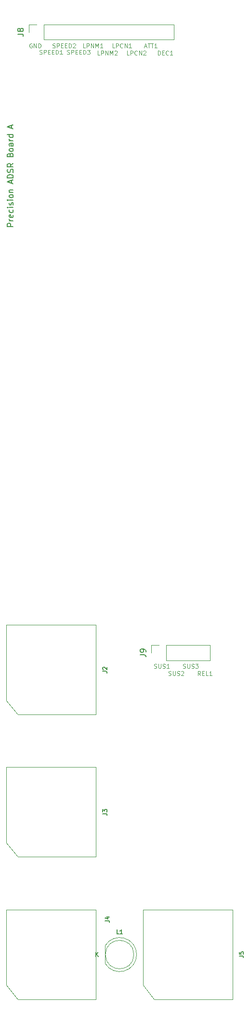
<source format=gbr>
%TF.GenerationSoftware,KiCad,Pcbnew,5.1.10-88a1d61d58~90~ubuntu20.04.1*%
%TF.CreationDate,2021-08-07T13:40:27-04:00*%
%TF.ProjectId,precadsr,70726563-6164-4737-922e-6b696361645f,rev?*%
%TF.SameCoordinates,Original*%
%TF.FileFunction,Legend,Top*%
%TF.FilePolarity,Positive*%
%FSLAX46Y46*%
G04 Gerber Fmt 4.6, Leading zero omitted, Abs format (unit mm)*
G04 Created by KiCad (PCBNEW 5.1.10-88a1d61d58~90~ubuntu20.04.1) date 2021-08-07 13:40:27*
%MOMM*%
%LPD*%
G01*
G04 APERTURE LIST*
%ADD10C,0.100000*%
%ADD11C,0.150000*%
%ADD12C,0.120000*%
G04 APERTURE END LIST*
D10*
X102056571Y-25739285D02*
X101699428Y-25739285D01*
X101699428Y-24989285D01*
X102306571Y-25739285D02*
X102306571Y-24989285D01*
X102592285Y-24989285D01*
X102663714Y-25025000D01*
X102699428Y-25060714D01*
X102735142Y-25132142D01*
X102735142Y-25239285D01*
X102699428Y-25310714D01*
X102663714Y-25346428D01*
X102592285Y-25382142D01*
X102306571Y-25382142D01*
X103056571Y-25739285D02*
X103056571Y-24989285D01*
X103485142Y-25739285D01*
X103485142Y-24989285D01*
X103842285Y-25739285D02*
X103842285Y-24989285D01*
X104092285Y-25525000D01*
X104342285Y-24989285D01*
X104342285Y-25739285D01*
X105092285Y-25739285D02*
X104663714Y-25739285D01*
X104878000Y-25739285D02*
X104878000Y-24989285D01*
X104806571Y-25096428D01*
X104735142Y-25167857D01*
X104663714Y-25203571D01*
X114810142Y-27009285D02*
X114810142Y-26259285D01*
X114988714Y-26259285D01*
X115095857Y-26295000D01*
X115167285Y-26366428D01*
X115203000Y-26437857D01*
X115238714Y-26580714D01*
X115238714Y-26687857D01*
X115203000Y-26830714D01*
X115167285Y-26902142D01*
X115095857Y-26973571D01*
X114988714Y-27009285D01*
X114810142Y-27009285D01*
X115560142Y-26616428D02*
X115810142Y-26616428D01*
X115917285Y-27009285D02*
X115560142Y-27009285D01*
X115560142Y-26259285D01*
X115917285Y-26259285D01*
X116667285Y-26937857D02*
X116631571Y-26973571D01*
X116524428Y-27009285D01*
X116453000Y-27009285D01*
X116345857Y-26973571D01*
X116274428Y-26902142D01*
X116238714Y-26830714D01*
X116203000Y-26687857D01*
X116203000Y-26580714D01*
X116238714Y-26437857D01*
X116274428Y-26366428D01*
X116345857Y-26295000D01*
X116453000Y-26259285D01*
X116524428Y-26259285D01*
X116631571Y-26295000D01*
X116667285Y-26330714D01*
X117381571Y-27009285D02*
X116953000Y-27009285D01*
X117167285Y-27009285D02*
X117167285Y-26259285D01*
X117095857Y-26366428D01*
X117024428Y-26437857D01*
X116953000Y-26473571D01*
X92646571Y-25025000D02*
X92575142Y-24989285D01*
X92468000Y-24989285D01*
X92360857Y-25025000D01*
X92289428Y-25096428D01*
X92253714Y-25167857D01*
X92218000Y-25310714D01*
X92218000Y-25417857D01*
X92253714Y-25560714D01*
X92289428Y-25632142D01*
X92360857Y-25703571D01*
X92468000Y-25739285D01*
X92539428Y-25739285D01*
X92646571Y-25703571D01*
X92682285Y-25667857D01*
X92682285Y-25417857D01*
X92539428Y-25417857D01*
X93003714Y-25739285D02*
X93003714Y-24989285D01*
X93432285Y-25739285D01*
X93432285Y-24989285D01*
X93789428Y-25739285D02*
X93789428Y-24989285D01*
X93968000Y-24989285D01*
X94075142Y-25025000D01*
X94146571Y-25096428D01*
X94182285Y-25167857D01*
X94218000Y-25310714D01*
X94218000Y-25417857D01*
X94182285Y-25560714D01*
X94146571Y-25632142D01*
X94075142Y-25703571D01*
X93968000Y-25739285D01*
X93789428Y-25739285D01*
X122295142Y-135975285D02*
X122045142Y-135618142D01*
X121866571Y-135975285D02*
X121866571Y-135225285D01*
X122152285Y-135225285D01*
X122223714Y-135261000D01*
X122259428Y-135296714D01*
X122295142Y-135368142D01*
X122295142Y-135475285D01*
X122259428Y-135546714D01*
X122223714Y-135582428D01*
X122152285Y-135618142D01*
X121866571Y-135618142D01*
X122616571Y-135582428D02*
X122866571Y-135582428D01*
X122973714Y-135975285D02*
X122616571Y-135975285D01*
X122616571Y-135225285D01*
X122973714Y-135225285D01*
X123652285Y-135975285D02*
X123295142Y-135975285D01*
X123295142Y-135225285D01*
X124295142Y-135975285D02*
X123866571Y-135975285D01*
X124080857Y-135975285D02*
X124080857Y-135225285D01*
X124009428Y-135332428D01*
X123938000Y-135403857D01*
X123866571Y-135439571D01*
X116661571Y-135939571D02*
X116768714Y-135975285D01*
X116947285Y-135975285D01*
X117018714Y-135939571D01*
X117054428Y-135903857D01*
X117090142Y-135832428D01*
X117090142Y-135761000D01*
X117054428Y-135689571D01*
X117018714Y-135653857D01*
X116947285Y-135618142D01*
X116804428Y-135582428D01*
X116733000Y-135546714D01*
X116697285Y-135511000D01*
X116661571Y-135439571D01*
X116661571Y-135368142D01*
X116697285Y-135296714D01*
X116733000Y-135261000D01*
X116804428Y-135225285D01*
X116983000Y-135225285D01*
X117090142Y-135261000D01*
X117411571Y-135225285D02*
X117411571Y-135832428D01*
X117447285Y-135903857D01*
X117483000Y-135939571D01*
X117554428Y-135975285D01*
X117697285Y-135975285D01*
X117768714Y-135939571D01*
X117804428Y-135903857D01*
X117840142Y-135832428D01*
X117840142Y-135225285D01*
X118161571Y-135939571D02*
X118268714Y-135975285D01*
X118447285Y-135975285D01*
X118518714Y-135939571D01*
X118554428Y-135903857D01*
X118590142Y-135832428D01*
X118590142Y-135761000D01*
X118554428Y-135689571D01*
X118518714Y-135653857D01*
X118447285Y-135618142D01*
X118304428Y-135582428D01*
X118233000Y-135546714D01*
X118197285Y-135511000D01*
X118161571Y-135439571D01*
X118161571Y-135368142D01*
X118197285Y-135296714D01*
X118233000Y-135261000D01*
X118304428Y-135225285D01*
X118483000Y-135225285D01*
X118590142Y-135261000D01*
X118875857Y-135296714D02*
X118911571Y-135261000D01*
X118983000Y-135225285D01*
X119161571Y-135225285D01*
X119233000Y-135261000D01*
X119268714Y-135296714D01*
X119304428Y-135368142D01*
X119304428Y-135439571D01*
X119268714Y-135546714D01*
X118840142Y-135975285D01*
X119304428Y-135975285D01*
X107190142Y-25739285D02*
X106833000Y-25739285D01*
X106833000Y-24989285D01*
X107440142Y-25739285D02*
X107440142Y-24989285D01*
X107725857Y-24989285D01*
X107797285Y-25025000D01*
X107833000Y-25060714D01*
X107868714Y-25132142D01*
X107868714Y-25239285D01*
X107833000Y-25310714D01*
X107797285Y-25346428D01*
X107725857Y-25382142D01*
X107440142Y-25382142D01*
X108618714Y-25667857D02*
X108583000Y-25703571D01*
X108475857Y-25739285D01*
X108404428Y-25739285D01*
X108297285Y-25703571D01*
X108225857Y-25632142D01*
X108190142Y-25560714D01*
X108154428Y-25417857D01*
X108154428Y-25310714D01*
X108190142Y-25167857D01*
X108225857Y-25096428D01*
X108297285Y-25025000D01*
X108404428Y-24989285D01*
X108475857Y-24989285D01*
X108583000Y-25025000D01*
X108618714Y-25060714D01*
X108940142Y-25739285D02*
X108940142Y-24989285D01*
X109368714Y-25739285D01*
X109368714Y-24989285D01*
X110118714Y-25739285D02*
X109690142Y-25739285D01*
X109904428Y-25739285D02*
X109904428Y-24989285D01*
X109833000Y-25096428D01*
X109761571Y-25167857D01*
X109690142Y-25203571D01*
X119201571Y-134669571D02*
X119308714Y-134705285D01*
X119487285Y-134705285D01*
X119558714Y-134669571D01*
X119594428Y-134633857D01*
X119630142Y-134562428D01*
X119630142Y-134491000D01*
X119594428Y-134419571D01*
X119558714Y-134383857D01*
X119487285Y-134348142D01*
X119344428Y-134312428D01*
X119273000Y-134276714D01*
X119237285Y-134241000D01*
X119201571Y-134169571D01*
X119201571Y-134098142D01*
X119237285Y-134026714D01*
X119273000Y-133991000D01*
X119344428Y-133955285D01*
X119523000Y-133955285D01*
X119630142Y-133991000D01*
X119951571Y-133955285D02*
X119951571Y-134562428D01*
X119987285Y-134633857D01*
X120023000Y-134669571D01*
X120094428Y-134705285D01*
X120237285Y-134705285D01*
X120308714Y-134669571D01*
X120344428Y-134633857D01*
X120380142Y-134562428D01*
X120380142Y-133955285D01*
X120701571Y-134669571D02*
X120808714Y-134705285D01*
X120987285Y-134705285D01*
X121058714Y-134669571D01*
X121094428Y-134633857D01*
X121130142Y-134562428D01*
X121130142Y-134491000D01*
X121094428Y-134419571D01*
X121058714Y-134383857D01*
X120987285Y-134348142D01*
X120844428Y-134312428D01*
X120773000Y-134276714D01*
X120737285Y-134241000D01*
X120701571Y-134169571D01*
X120701571Y-134098142D01*
X120737285Y-134026714D01*
X120773000Y-133991000D01*
X120844428Y-133955285D01*
X121023000Y-133955285D01*
X121130142Y-133991000D01*
X121380142Y-133955285D02*
X121844428Y-133955285D01*
X121594428Y-134241000D01*
X121701571Y-134241000D01*
X121773000Y-134276714D01*
X121808714Y-134312428D01*
X121844428Y-134383857D01*
X121844428Y-134562428D01*
X121808714Y-134633857D01*
X121773000Y-134669571D01*
X121701571Y-134705285D01*
X121487285Y-134705285D01*
X121415857Y-134669571D01*
X121380142Y-134633857D01*
D11*
X89352380Y-57117142D02*
X88352380Y-57117142D01*
X88352380Y-56736190D01*
X88400000Y-56640952D01*
X88447619Y-56593333D01*
X88542857Y-56545714D01*
X88685714Y-56545714D01*
X88780952Y-56593333D01*
X88828571Y-56640952D01*
X88876190Y-56736190D01*
X88876190Y-57117142D01*
X89352380Y-56117142D02*
X88685714Y-56117142D01*
X88876190Y-56117142D02*
X88780952Y-56069523D01*
X88733333Y-56021904D01*
X88685714Y-55926666D01*
X88685714Y-55831428D01*
X89304761Y-55117142D02*
X89352380Y-55212380D01*
X89352380Y-55402857D01*
X89304761Y-55498095D01*
X89209523Y-55545714D01*
X88828571Y-55545714D01*
X88733333Y-55498095D01*
X88685714Y-55402857D01*
X88685714Y-55212380D01*
X88733333Y-55117142D01*
X88828571Y-55069523D01*
X88923809Y-55069523D01*
X89019047Y-55545714D01*
X89304761Y-54212380D02*
X89352380Y-54307619D01*
X89352380Y-54498095D01*
X89304761Y-54593333D01*
X89257142Y-54640952D01*
X89161904Y-54688571D01*
X88876190Y-54688571D01*
X88780952Y-54640952D01*
X88733333Y-54593333D01*
X88685714Y-54498095D01*
X88685714Y-54307619D01*
X88733333Y-54212380D01*
X89352380Y-53783809D02*
X88685714Y-53783809D01*
X88352380Y-53783809D02*
X88400000Y-53831428D01*
X88447619Y-53783809D01*
X88400000Y-53736190D01*
X88352380Y-53783809D01*
X88447619Y-53783809D01*
X89304761Y-53355238D02*
X89352380Y-53260000D01*
X89352380Y-53069523D01*
X89304761Y-52974285D01*
X89209523Y-52926666D01*
X89161904Y-52926666D01*
X89066666Y-52974285D01*
X89019047Y-53069523D01*
X89019047Y-53212380D01*
X88971428Y-53307619D01*
X88876190Y-53355238D01*
X88828571Y-53355238D01*
X88733333Y-53307619D01*
X88685714Y-53212380D01*
X88685714Y-53069523D01*
X88733333Y-52974285D01*
X89352380Y-52498095D02*
X88685714Y-52498095D01*
X88352380Y-52498095D02*
X88400000Y-52545714D01*
X88447619Y-52498095D01*
X88400000Y-52450476D01*
X88352380Y-52498095D01*
X88447619Y-52498095D01*
X89352380Y-51879047D02*
X89304761Y-51974285D01*
X89257142Y-52021904D01*
X89161904Y-52069523D01*
X88876190Y-52069523D01*
X88780952Y-52021904D01*
X88733333Y-51974285D01*
X88685714Y-51879047D01*
X88685714Y-51736190D01*
X88733333Y-51640952D01*
X88780952Y-51593333D01*
X88876190Y-51545714D01*
X89161904Y-51545714D01*
X89257142Y-51593333D01*
X89304761Y-51640952D01*
X89352380Y-51736190D01*
X89352380Y-51879047D01*
X88685714Y-51117142D02*
X89352380Y-51117142D01*
X88780952Y-51117142D02*
X88733333Y-51069523D01*
X88685714Y-50974285D01*
X88685714Y-50831428D01*
X88733333Y-50736190D01*
X88828571Y-50688571D01*
X89352380Y-50688571D01*
X89066666Y-49498095D02*
X89066666Y-49021904D01*
X89352380Y-49593333D02*
X88352380Y-49260000D01*
X89352380Y-48926666D01*
X89352380Y-48593333D02*
X88352380Y-48593333D01*
X88352380Y-48355238D01*
X88400000Y-48212380D01*
X88495238Y-48117142D01*
X88590476Y-48069523D01*
X88780952Y-48021904D01*
X88923809Y-48021904D01*
X89114285Y-48069523D01*
X89209523Y-48117142D01*
X89304761Y-48212380D01*
X89352380Y-48355238D01*
X89352380Y-48593333D01*
X89304761Y-47640952D02*
X89352380Y-47498095D01*
X89352380Y-47260000D01*
X89304761Y-47164761D01*
X89257142Y-47117142D01*
X89161904Y-47069523D01*
X89066666Y-47069523D01*
X88971428Y-47117142D01*
X88923809Y-47164761D01*
X88876190Y-47260000D01*
X88828571Y-47450476D01*
X88780952Y-47545714D01*
X88733333Y-47593333D01*
X88638095Y-47640952D01*
X88542857Y-47640952D01*
X88447619Y-47593333D01*
X88400000Y-47545714D01*
X88352380Y-47450476D01*
X88352380Y-47212380D01*
X88400000Y-47069523D01*
X89352380Y-46069523D02*
X88876190Y-46402857D01*
X89352380Y-46640952D02*
X88352380Y-46640952D01*
X88352380Y-46260000D01*
X88400000Y-46164761D01*
X88447619Y-46117142D01*
X88542857Y-46069523D01*
X88685714Y-46069523D01*
X88780952Y-46117142D01*
X88828571Y-46164761D01*
X88876190Y-46260000D01*
X88876190Y-46640952D01*
X88828571Y-44545714D02*
X88876190Y-44402857D01*
X88923809Y-44355238D01*
X89019047Y-44307619D01*
X89161904Y-44307619D01*
X89257142Y-44355238D01*
X89304761Y-44402857D01*
X89352380Y-44498095D01*
X89352380Y-44879047D01*
X88352380Y-44879047D01*
X88352380Y-44545714D01*
X88400000Y-44450476D01*
X88447619Y-44402857D01*
X88542857Y-44355238D01*
X88638095Y-44355238D01*
X88733333Y-44402857D01*
X88780952Y-44450476D01*
X88828571Y-44545714D01*
X88828571Y-44879047D01*
X89352380Y-43736190D02*
X89304761Y-43831428D01*
X89257142Y-43879047D01*
X89161904Y-43926666D01*
X88876190Y-43926666D01*
X88780952Y-43879047D01*
X88733333Y-43831428D01*
X88685714Y-43736190D01*
X88685714Y-43593333D01*
X88733333Y-43498095D01*
X88780952Y-43450476D01*
X88876190Y-43402857D01*
X89161904Y-43402857D01*
X89257142Y-43450476D01*
X89304761Y-43498095D01*
X89352380Y-43593333D01*
X89352380Y-43736190D01*
X89352380Y-42545714D02*
X88828571Y-42545714D01*
X88733333Y-42593333D01*
X88685714Y-42688571D01*
X88685714Y-42879047D01*
X88733333Y-42974285D01*
X89304761Y-42545714D02*
X89352380Y-42640952D01*
X89352380Y-42879047D01*
X89304761Y-42974285D01*
X89209523Y-43021904D01*
X89114285Y-43021904D01*
X89019047Y-42974285D01*
X88971428Y-42879047D01*
X88971428Y-42640952D01*
X88923809Y-42545714D01*
X89352380Y-42069523D02*
X88685714Y-42069523D01*
X88876190Y-42069523D02*
X88780952Y-42021904D01*
X88733333Y-41974285D01*
X88685714Y-41879047D01*
X88685714Y-41783809D01*
X89352380Y-41021904D02*
X88352380Y-41021904D01*
X89304761Y-41021904D02*
X89352380Y-41117142D01*
X89352380Y-41307619D01*
X89304761Y-41402857D01*
X89257142Y-41450476D01*
X89161904Y-41498095D01*
X88876190Y-41498095D01*
X88780952Y-41450476D01*
X88733333Y-41402857D01*
X88685714Y-41307619D01*
X88685714Y-41117142D01*
X88733333Y-41021904D01*
X89066666Y-39831428D02*
X89066666Y-39355238D01*
X89352380Y-39926666D02*
X88352380Y-39593333D01*
X89352380Y-39260000D01*
D10*
X114121571Y-134669571D02*
X114228714Y-134705285D01*
X114407285Y-134705285D01*
X114478714Y-134669571D01*
X114514428Y-134633857D01*
X114550142Y-134562428D01*
X114550142Y-134491000D01*
X114514428Y-134419571D01*
X114478714Y-134383857D01*
X114407285Y-134348142D01*
X114264428Y-134312428D01*
X114193000Y-134276714D01*
X114157285Y-134241000D01*
X114121571Y-134169571D01*
X114121571Y-134098142D01*
X114157285Y-134026714D01*
X114193000Y-133991000D01*
X114264428Y-133955285D01*
X114443000Y-133955285D01*
X114550142Y-133991000D01*
X114871571Y-133955285D02*
X114871571Y-134562428D01*
X114907285Y-134633857D01*
X114943000Y-134669571D01*
X115014428Y-134705285D01*
X115157285Y-134705285D01*
X115228714Y-134669571D01*
X115264428Y-134633857D01*
X115300142Y-134562428D01*
X115300142Y-133955285D01*
X115621571Y-134669571D02*
X115728714Y-134705285D01*
X115907285Y-134705285D01*
X115978714Y-134669571D01*
X116014428Y-134633857D01*
X116050142Y-134562428D01*
X116050142Y-134491000D01*
X116014428Y-134419571D01*
X115978714Y-134383857D01*
X115907285Y-134348142D01*
X115764428Y-134312428D01*
X115693000Y-134276714D01*
X115657285Y-134241000D01*
X115621571Y-134169571D01*
X115621571Y-134098142D01*
X115657285Y-134026714D01*
X115693000Y-133991000D01*
X115764428Y-133955285D01*
X115943000Y-133955285D01*
X116050142Y-133991000D01*
X116764428Y-134705285D02*
X116335857Y-134705285D01*
X116550142Y-134705285D02*
X116550142Y-133955285D01*
X116478714Y-134062428D01*
X116407285Y-134133857D01*
X116335857Y-134169571D01*
X96298000Y-25703571D02*
X96405142Y-25739285D01*
X96583714Y-25739285D01*
X96655142Y-25703571D01*
X96690857Y-25667857D01*
X96726571Y-25596428D01*
X96726571Y-25525000D01*
X96690857Y-25453571D01*
X96655142Y-25417857D01*
X96583714Y-25382142D01*
X96440857Y-25346428D01*
X96369428Y-25310714D01*
X96333714Y-25275000D01*
X96298000Y-25203571D01*
X96298000Y-25132142D01*
X96333714Y-25060714D01*
X96369428Y-25025000D01*
X96440857Y-24989285D01*
X96619428Y-24989285D01*
X96726571Y-25025000D01*
X97048000Y-25739285D02*
X97048000Y-24989285D01*
X97333714Y-24989285D01*
X97405142Y-25025000D01*
X97440857Y-25060714D01*
X97476571Y-25132142D01*
X97476571Y-25239285D01*
X97440857Y-25310714D01*
X97405142Y-25346428D01*
X97333714Y-25382142D01*
X97048000Y-25382142D01*
X97798000Y-25346428D02*
X98048000Y-25346428D01*
X98155142Y-25739285D02*
X97798000Y-25739285D01*
X97798000Y-24989285D01*
X98155142Y-24989285D01*
X98476571Y-25346428D02*
X98726571Y-25346428D01*
X98833714Y-25739285D02*
X98476571Y-25739285D01*
X98476571Y-24989285D01*
X98833714Y-24989285D01*
X99155142Y-25739285D02*
X99155142Y-24989285D01*
X99333714Y-24989285D01*
X99440857Y-25025000D01*
X99512285Y-25096428D01*
X99548000Y-25167857D01*
X99583714Y-25310714D01*
X99583714Y-25417857D01*
X99548000Y-25560714D01*
X99512285Y-25632142D01*
X99440857Y-25703571D01*
X99333714Y-25739285D01*
X99155142Y-25739285D01*
X99869428Y-25060714D02*
X99905142Y-25025000D01*
X99976571Y-24989285D01*
X100155142Y-24989285D01*
X100226571Y-25025000D01*
X100262285Y-25060714D01*
X100298000Y-25132142D01*
X100298000Y-25203571D01*
X100262285Y-25310714D01*
X99833714Y-25739285D01*
X100298000Y-25739285D01*
X104596571Y-27009285D02*
X104239428Y-27009285D01*
X104239428Y-26259285D01*
X104846571Y-27009285D02*
X104846571Y-26259285D01*
X105132285Y-26259285D01*
X105203714Y-26295000D01*
X105239428Y-26330714D01*
X105275142Y-26402142D01*
X105275142Y-26509285D01*
X105239428Y-26580714D01*
X105203714Y-26616428D01*
X105132285Y-26652142D01*
X104846571Y-26652142D01*
X105596571Y-27009285D02*
X105596571Y-26259285D01*
X106025142Y-27009285D01*
X106025142Y-26259285D01*
X106382285Y-27009285D02*
X106382285Y-26259285D01*
X106632285Y-26795000D01*
X106882285Y-26259285D01*
X106882285Y-27009285D01*
X107203714Y-26330714D02*
X107239428Y-26295000D01*
X107310857Y-26259285D01*
X107489428Y-26259285D01*
X107560857Y-26295000D01*
X107596571Y-26330714D01*
X107632285Y-26402142D01*
X107632285Y-26473571D01*
X107596571Y-26580714D01*
X107168000Y-27009285D01*
X107632285Y-27009285D01*
X109730142Y-27009285D02*
X109373000Y-27009285D01*
X109373000Y-26259285D01*
X109980142Y-27009285D02*
X109980142Y-26259285D01*
X110265857Y-26259285D01*
X110337285Y-26295000D01*
X110373000Y-26330714D01*
X110408714Y-26402142D01*
X110408714Y-26509285D01*
X110373000Y-26580714D01*
X110337285Y-26616428D01*
X110265857Y-26652142D01*
X109980142Y-26652142D01*
X111158714Y-26937857D02*
X111123000Y-26973571D01*
X111015857Y-27009285D01*
X110944428Y-27009285D01*
X110837285Y-26973571D01*
X110765857Y-26902142D01*
X110730142Y-26830714D01*
X110694428Y-26687857D01*
X110694428Y-26580714D01*
X110730142Y-26437857D01*
X110765857Y-26366428D01*
X110837285Y-26295000D01*
X110944428Y-26259285D01*
X111015857Y-26259285D01*
X111123000Y-26295000D01*
X111158714Y-26330714D01*
X111480142Y-27009285D02*
X111480142Y-26259285D01*
X111908714Y-27009285D01*
X111908714Y-26259285D01*
X112230142Y-26330714D02*
X112265857Y-26295000D01*
X112337285Y-26259285D01*
X112515857Y-26259285D01*
X112587285Y-26295000D01*
X112623000Y-26330714D01*
X112658714Y-26402142D01*
X112658714Y-26473571D01*
X112623000Y-26580714D01*
X112194428Y-27009285D01*
X112658714Y-27009285D01*
X98838000Y-26846571D02*
X98945142Y-26882285D01*
X99123714Y-26882285D01*
X99195142Y-26846571D01*
X99230857Y-26810857D01*
X99266571Y-26739428D01*
X99266571Y-26668000D01*
X99230857Y-26596571D01*
X99195142Y-26560857D01*
X99123714Y-26525142D01*
X98980857Y-26489428D01*
X98909428Y-26453714D01*
X98873714Y-26418000D01*
X98838000Y-26346571D01*
X98838000Y-26275142D01*
X98873714Y-26203714D01*
X98909428Y-26168000D01*
X98980857Y-26132285D01*
X99159428Y-26132285D01*
X99266571Y-26168000D01*
X99588000Y-26882285D02*
X99588000Y-26132285D01*
X99873714Y-26132285D01*
X99945142Y-26168000D01*
X99980857Y-26203714D01*
X100016571Y-26275142D01*
X100016571Y-26382285D01*
X99980857Y-26453714D01*
X99945142Y-26489428D01*
X99873714Y-26525142D01*
X99588000Y-26525142D01*
X100338000Y-26489428D02*
X100588000Y-26489428D01*
X100695142Y-26882285D02*
X100338000Y-26882285D01*
X100338000Y-26132285D01*
X100695142Y-26132285D01*
X101016571Y-26489428D02*
X101266571Y-26489428D01*
X101373714Y-26882285D02*
X101016571Y-26882285D01*
X101016571Y-26132285D01*
X101373714Y-26132285D01*
X101695142Y-26882285D02*
X101695142Y-26132285D01*
X101873714Y-26132285D01*
X101980857Y-26168000D01*
X102052285Y-26239428D01*
X102088000Y-26310857D01*
X102123714Y-26453714D01*
X102123714Y-26560857D01*
X102088000Y-26703714D01*
X102052285Y-26775142D01*
X101980857Y-26846571D01*
X101873714Y-26882285D01*
X101695142Y-26882285D01*
X102373714Y-26132285D02*
X102838000Y-26132285D01*
X102588000Y-26418000D01*
X102695142Y-26418000D01*
X102766571Y-26453714D01*
X102802285Y-26489428D01*
X102838000Y-26560857D01*
X102838000Y-26739428D01*
X102802285Y-26810857D01*
X102766571Y-26846571D01*
X102695142Y-26882285D01*
X102480857Y-26882285D01*
X102409428Y-26846571D01*
X102373714Y-26810857D01*
X112430857Y-25525000D02*
X112788000Y-25525000D01*
X112359428Y-25739285D02*
X112609428Y-24989285D01*
X112859428Y-25739285D01*
X113002285Y-24989285D02*
X113430857Y-24989285D01*
X113216571Y-25739285D02*
X113216571Y-24989285D01*
X113573714Y-24989285D02*
X114002285Y-24989285D01*
X113788000Y-25739285D02*
X113788000Y-24989285D01*
X114645142Y-25739285D02*
X114216571Y-25739285D01*
X114430857Y-25739285D02*
X114430857Y-24989285D01*
X114359428Y-25096428D01*
X114288000Y-25167857D01*
X114216571Y-25203571D01*
X94012000Y-26846571D02*
X94119142Y-26882285D01*
X94297714Y-26882285D01*
X94369142Y-26846571D01*
X94404857Y-26810857D01*
X94440571Y-26739428D01*
X94440571Y-26668000D01*
X94404857Y-26596571D01*
X94369142Y-26560857D01*
X94297714Y-26525142D01*
X94154857Y-26489428D01*
X94083428Y-26453714D01*
X94047714Y-26418000D01*
X94012000Y-26346571D01*
X94012000Y-26275142D01*
X94047714Y-26203714D01*
X94083428Y-26168000D01*
X94154857Y-26132285D01*
X94333428Y-26132285D01*
X94440571Y-26168000D01*
X94762000Y-26882285D02*
X94762000Y-26132285D01*
X95047714Y-26132285D01*
X95119142Y-26168000D01*
X95154857Y-26203714D01*
X95190571Y-26275142D01*
X95190571Y-26382285D01*
X95154857Y-26453714D01*
X95119142Y-26489428D01*
X95047714Y-26525142D01*
X94762000Y-26525142D01*
X95512000Y-26489428D02*
X95762000Y-26489428D01*
X95869142Y-26882285D02*
X95512000Y-26882285D01*
X95512000Y-26132285D01*
X95869142Y-26132285D01*
X96190571Y-26489428D02*
X96440571Y-26489428D01*
X96547714Y-26882285D02*
X96190571Y-26882285D01*
X96190571Y-26132285D01*
X96547714Y-26132285D01*
X96869142Y-26882285D02*
X96869142Y-26132285D01*
X97047714Y-26132285D01*
X97154857Y-26168000D01*
X97226285Y-26239428D01*
X97262000Y-26310857D01*
X97297714Y-26453714D01*
X97297714Y-26560857D01*
X97262000Y-26703714D01*
X97226285Y-26775142D01*
X97154857Y-26846571D01*
X97047714Y-26882285D01*
X96869142Y-26882285D01*
X98012000Y-26882285D02*
X97583428Y-26882285D01*
X97797714Y-26882285D02*
X97797714Y-26132285D01*
X97726285Y-26239428D01*
X97654857Y-26310857D01*
X97583428Y-26346571D01*
D12*
%TO.C,J4*%
X88150000Y-190350000D02*
X88150000Y-177100000D01*
X103900000Y-192850000D02*
X90200000Y-192850000D01*
X90200000Y-192850000D02*
X90150000Y-192850000D01*
X103900000Y-177100000D02*
X103900000Y-192850000D01*
X88150000Y-177100000D02*
X103900000Y-177100000D01*
X90150000Y-192850000D02*
X88150000Y-190350000D01*
%TO.C,J9*%
X116270000Y-133330000D02*
X116270000Y-130670000D01*
X116270000Y-133330000D02*
X123950000Y-133330000D01*
X123950000Y-133330000D02*
X123950000Y-130670000D01*
X116270000Y-130670000D02*
X123950000Y-130670000D01*
X113670000Y-130670000D02*
X115000000Y-130670000D01*
X113670000Y-132000000D02*
X113670000Y-130670000D01*
%TO.C,J8*%
X94730000Y-24330000D02*
X94730000Y-21670000D01*
X94730000Y-24330000D02*
X117650000Y-24330000D01*
X117650000Y-24330000D02*
X117650000Y-21670000D01*
X94730000Y-21670000D02*
X117650000Y-21670000D01*
X92130000Y-21670000D02*
X93460000Y-21670000D01*
X92130000Y-23000000D02*
X92130000Y-21670000D01*
%TO.C,L1*%
X105510000Y-183455000D02*
X105510000Y-186545000D01*
X110570000Y-185000000D02*
G75*
G03*
X110570000Y-185000000I-2500000J0D01*
G01*
X111060000Y-184999538D02*
G75*
G02*
X105510000Y-186544830I-2990000J-462D01*
G01*
X111060000Y-185000462D02*
G75*
G03*
X105510000Y-183455170I-2990000J462D01*
G01*
%TO.C,J2*%
X88150000Y-140350000D02*
X88150000Y-127100000D01*
X103900000Y-142850000D02*
X90200000Y-142850000D01*
X90200000Y-142850000D02*
X90150000Y-142850000D01*
X103900000Y-127100000D02*
X103900000Y-142850000D01*
X88150000Y-127100000D02*
X103900000Y-127100000D01*
X90150000Y-142850000D02*
X88150000Y-140350000D01*
%TO.C,J5*%
X112150000Y-190350000D02*
X112150000Y-177100000D01*
X127900000Y-192850000D02*
X114200000Y-192850000D01*
X114200000Y-192850000D02*
X114150000Y-192850000D01*
X127900000Y-177100000D02*
X127900000Y-192850000D01*
X112150000Y-177100000D02*
X127900000Y-177100000D01*
X114150000Y-192850000D02*
X112150000Y-190350000D01*
%TO.C,J3*%
X88150000Y-165350000D02*
X88150000Y-152100000D01*
X103900000Y-167850000D02*
X90200000Y-167850000D01*
X90200000Y-167850000D02*
X90150000Y-167850000D01*
X103900000Y-152100000D02*
X103900000Y-167850000D01*
X88150000Y-152100000D02*
X103900000Y-152100000D01*
X90150000Y-167850000D02*
X88150000Y-165350000D01*
%TO.C,J4*%
D11*
X105507285Y-179066000D02*
X106043000Y-179066000D01*
X106150142Y-179101714D01*
X106221571Y-179173142D01*
X106257285Y-179280285D01*
X106257285Y-179351714D01*
X105757285Y-178387428D02*
X106257285Y-178387428D01*
X105471571Y-178566000D02*
X106007285Y-178744571D01*
X106007285Y-178280285D01*
%TO.C,J9*%
X111682380Y-132333333D02*
X112396666Y-132333333D01*
X112539523Y-132380952D01*
X112634761Y-132476190D01*
X112682380Y-132619047D01*
X112682380Y-132714285D01*
X112682380Y-131809523D02*
X112682380Y-131619047D01*
X112634761Y-131523809D01*
X112587142Y-131476190D01*
X112444285Y-131380952D01*
X112253809Y-131333333D01*
X111872857Y-131333333D01*
X111777619Y-131380952D01*
X111730000Y-131428571D01*
X111682380Y-131523809D01*
X111682380Y-131714285D01*
X111730000Y-131809523D01*
X111777619Y-131857142D01*
X111872857Y-131904761D01*
X112110952Y-131904761D01*
X112206190Y-131857142D01*
X112253809Y-131809523D01*
X112301428Y-131714285D01*
X112301428Y-131523809D01*
X112253809Y-131428571D01*
X112206190Y-131380952D01*
X112110952Y-131333333D01*
%TO.C,J8*%
X90142380Y-23333333D02*
X90856666Y-23333333D01*
X90999523Y-23380952D01*
X91094761Y-23476190D01*
X91142380Y-23619047D01*
X91142380Y-23714285D01*
X90570952Y-22714285D02*
X90523333Y-22809523D01*
X90475714Y-22857142D01*
X90380476Y-22904761D01*
X90332857Y-22904761D01*
X90237619Y-22857142D01*
X90190000Y-22809523D01*
X90142380Y-22714285D01*
X90142380Y-22523809D01*
X90190000Y-22428571D01*
X90237619Y-22380952D01*
X90332857Y-22333333D01*
X90380476Y-22333333D01*
X90475714Y-22380952D01*
X90523333Y-22428571D01*
X90570952Y-22523809D01*
X90570952Y-22714285D01*
X90618571Y-22809523D01*
X90666190Y-22857142D01*
X90761428Y-22904761D01*
X90951904Y-22904761D01*
X91047142Y-22857142D01*
X91094761Y-22809523D01*
X91142380Y-22714285D01*
X91142380Y-22523809D01*
X91094761Y-22428571D01*
X91047142Y-22380952D01*
X90951904Y-22333333D01*
X90761428Y-22333333D01*
X90666190Y-22380952D01*
X90618571Y-22428571D01*
X90570952Y-22523809D01*
%TO.C,L1*%
X107945000Y-181379285D02*
X107587857Y-181379285D01*
X107587857Y-180629285D01*
X108587857Y-181379285D02*
X108159285Y-181379285D01*
X108373571Y-181379285D02*
X108373571Y-180629285D01*
X108302142Y-180736428D01*
X108230714Y-180807857D01*
X108159285Y-180843571D01*
X103903571Y-185339285D02*
X103903571Y-184589285D01*
X104332142Y-185339285D02*
X104010714Y-184910714D01*
X104332142Y-184589285D02*
X103903571Y-185017857D01*
%TO.C,J2*%
X105089285Y-135250000D02*
X105625000Y-135250000D01*
X105732142Y-135285714D01*
X105803571Y-135357142D01*
X105839285Y-135464285D01*
X105839285Y-135535714D01*
X105160714Y-134928571D02*
X105125000Y-134892857D01*
X105089285Y-134821428D01*
X105089285Y-134642857D01*
X105125000Y-134571428D01*
X105160714Y-134535714D01*
X105232142Y-134500000D01*
X105303571Y-134500000D01*
X105410714Y-134535714D01*
X105839285Y-134964285D01*
X105839285Y-134500000D01*
%TO.C,J5*%
X129089285Y-185250000D02*
X129625000Y-185250000D01*
X129732142Y-185285714D01*
X129803571Y-185357142D01*
X129839285Y-185464285D01*
X129839285Y-185535714D01*
X129089285Y-184535714D02*
X129089285Y-184892857D01*
X129446428Y-184928571D01*
X129410714Y-184892857D01*
X129375000Y-184821428D01*
X129375000Y-184642857D01*
X129410714Y-184571428D01*
X129446428Y-184535714D01*
X129517857Y-184500000D01*
X129696428Y-184500000D01*
X129767857Y-184535714D01*
X129803571Y-184571428D01*
X129839285Y-184642857D01*
X129839285Y-184821428D01*
X129803571Y-184892857D01*
X129767857Y-184928571D01*
%TO.C,J3*%
X105089285Y-160250000D02*
X105625000Y-160250000D01*
X105732142Y-160285714D01*
X105803571Y-160357142D01*
X105839285Y-160464285D01*
X105839285Y-160535714D01*
X105089285Y-159964285D02*
X105089285Y-159500000D01*
X105375000Y-159750000D01*
X105375000Y-159642857D01*
X105410714Y-159571428D01*
X105446428Y-159535714D01*
X105517857Y-159500000D01*
X105696428Y-159500000D01*
X105767857Y-159535714D01*
X105803571Y-159571428D01*
X105839285Y-159642857D01*
X105839285Y-159857142D01*
X105803571Y-159928571D01*
X105767857Y-159964285D01*
%TD*%
M02*

</source>
